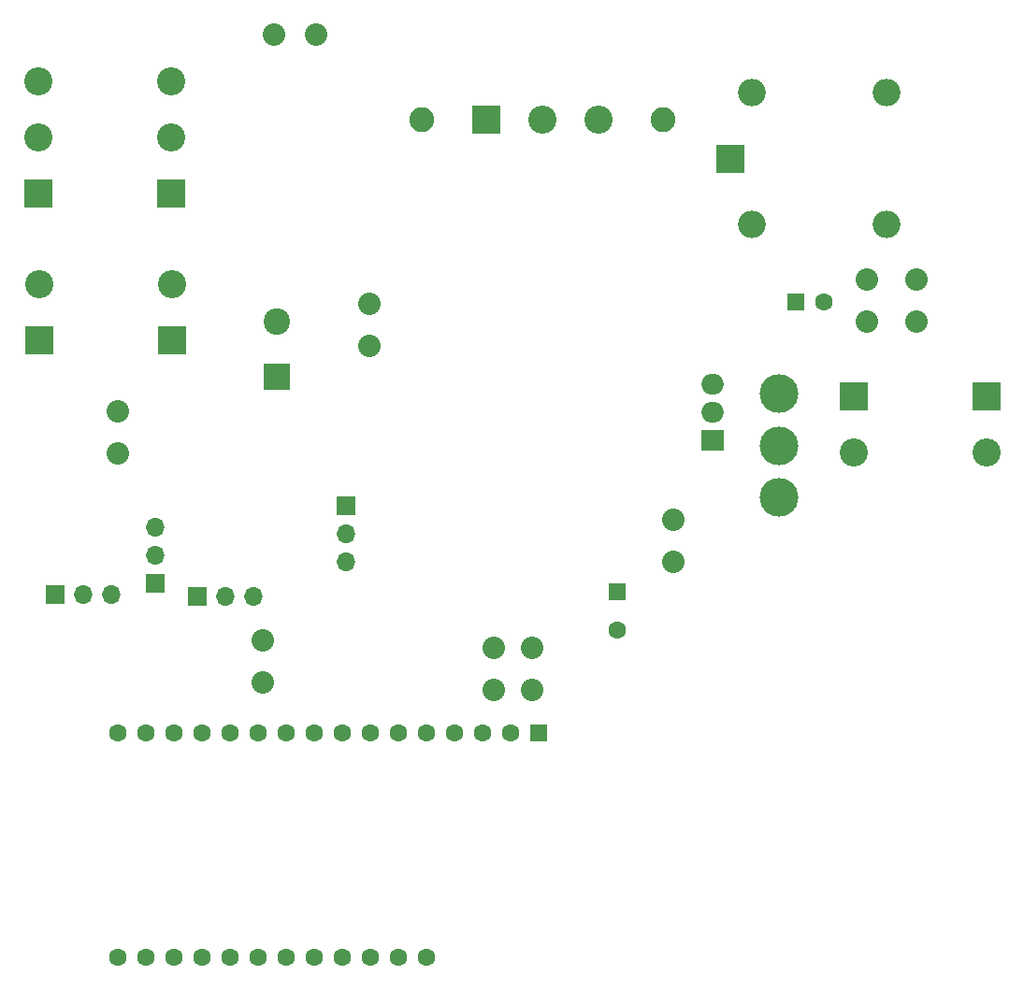
<source format=gbr>
%TF.GenerationSoftware,KiCad,Pcbnew,(6.0.7)*%
%TF.CreationDate,2023-07-07T11:40:33-04:00*%
%TF.ProjectId,small_wind_turbine,736d616c-6c5f-4776-996e-645f74757262,rev?*%
%TF.SameCoordinates,Original*%
%TF.FileFunction,Soldermask,Bot*%
%TF.FilePolarity,Negative*%
%FSLAX46Y46*%
G04 Gerber Fmt 4.6, Leading zero omitted, Abs format (unit mm)*
G04 Created by KiCad (PCBNEW (6.0.7)) date 2023-07-07 11:40:33*
%MOMM*%
%LPD*%
G01*
G04 APERTURE LIST*
%ADD10R,2.000000X1.905000*%
%ADD11O,2.000000X1.905000*%
%ADD12R,2.500000X2.500000*%
%ADD13O,2.500000X2.500000*%
%ADD14R,1.600000X1.600000*%
%ADD15C,1.600000*%
%ADD16C,2.032000*%
%ADD17R,1.700000X1.700000*%
%ADD18O,1.700000X1.700000*%
%ADD19R,2.550000X2.550000*%
%ADD20C,2.550000*%
%ADD21R,2.400000X2.400000*%
%ADD22C,2.400000*%
%ADD23C,3.500000*%
%ADD24C,2.250000*%
G04 APERTURE END LIST*
D10*
%TO.C,Qbuck1*%
X104395000Y-71065000D03*
D11*
X104395000Y-68525000D03*
X104395000Y-65985000D03*
%TD*%
D12*
%TO.C,K1*%
X106000000Y-45535000D03*
D13*
X108000000Y-39535000D03*
X120200000Y-39535000D03*
X120200000Y-51535000D03*
X108000000Y-51535000D03*
%TD*%
D14*
%TO.C,Cinput1*%
X112000000Y-58535000D03*
D15*
X114500000Y-58535000D03*
%TD*%
D16*
%TO.C,TP11*%
X63700000Y-89175000D03*
X63700000Y-92985000D03*
%TD*%
%TO.C,TP9*%
X50600000Y-72200000D03*
X50600000Y-68390000D03*
%TD*%
%TO.C,TP3*%
X88100000Y-89850000D03*
X88100000Y-93660000D03*
%TD*%
%TO.C,TP10*%
X84600000Y-89850000D03*
X84600000Y-93660000D03*
%TD*%
%TO.C,TP1*%
X68500000Y-34350000D03*
X64690000Y-34350000D03*
%TD*%
D17*
%TO.C,J4*%
X44875000Y-85000000D03*
D18*
X47415000Y-85000000D03*
X49955000Y-85000000D03*
%TD*%
D19*
%TO.C,Jbat1*%
X55500000Y-62000000D03*
X43500000Y-62000000D03*
D20*
X43500000Y-56920000D03*
X55500000Y-56920000D03*
%TD*%
D19*
%TO.C,Jgen1*%
X43400000Y-48680000D03*
X55400000Y-48680000D03*
D20*
X55400000Y-43600000D03*
X43400000Y-43600000D03*
X55400000Y-38520000D03*
X43400000Y-38520000D03*
%TD*%
D17*
%TO.C,J1*%
X57820000Y-85200000D03*
D18*
X60360000Y-85200000D03*
X62900000Y-85200000D03*
%TD*%
D17*
%TO.C,J2*%
X71200000Y-77000000D03*
D18*
X71200000Y-79540000D03*
X71200000Y-82080000D03*
%TD*%
D14*
%TO.C,Cbs1*%
X95800000Y-84747349D03*
D15*
X95800000Y-88247349D03*
%TD*%
D17*
%TO.C,J3*%
X54000000Y-84040000D03*
D18*
X54000000Y-81500000D03*
X54000000Y-78960000D03*
%TD*%
D21*
%TO.C,Cbuck1*%
X65000000Y-65323959D03*
D22*
X65000000Y-60323959D03*
%TD*%
D16*
%TO.C,TP8*%
X100900000Y-82100000D03*
X100900000Y-78290000D03*
%TD*%
D14*
%TO.C,A1*%
X88650000Y-97585000D03*
D15*
X86110000Y-97585000D03*
X83570000Y-97585000D03*
X81030000Y-97585000D03*
X78490000Y-97585000D03*
X75950000Y-97585000D03*
X73410000Y-97585000D03*
X70870000Y-97585000D03*
X68330000Y-97585000D03*
X65790000Y-97585000D03*
X63250000Y-97585000D03*
X60710000Y-97585000D03*
X58170000Y-97585000D03*
X55630000Y-97585000D03*
X53090000Y-97585000D03*
X50550000Y-97585000D03*
X50550000Y-117905000D03*
X53090000Y-117905000D03*
X55630000Y-117905000D03*
X58170000Y-117905000D03*
X60710000Y-117905000D03*
X63250000Y-117905000D03*
X65790000Y-117905000D03*
X68330000Y-117905000D03*
X70870000Y-117905000D03*
X73410000Y-117905000D03*
X75950000Y-117905000D03*
X78490000Y-117905000D03*
%TD*%
D16*
%TO.C,TP4*%
X118400000Y-60300000D03*
X118400000Y-56490000D03*
%TD*%
D19*
%TO.C,Jfuse1*%
X83920000Y-42000000D03*
D20*
X89000000Y-42000000D03*
X94080000Y-42000000D03*
%TD*%
D23*
%TO.C,SW1*%
X110450000Y-76225000D03*
X110450000Y-71525000D03*
X110450000Y-66825000D03*
%TD*%
D16*
%TO.C,TP2*%
X122900000Y-60325000D03*
X122900000Y-56515000D03*
%TD*%
D24*
%TO.C,F1*%
X78080000Y-42000000D03*
X99920000Y-42000000D03*
%TD*%
D19*
%TO.C,Jres1*%
X129200000Y-67100000D03*
X117200000Y-67100000D03*
D20*
X117200000Y-72180000D03*
X129200000Y-72180000D03*
%TD*%
D16*
%TO.C,TP6*%
X73400000Y-62525000D03*
X73400000Y-58715000D03*
%TD*%
M02*

</source>
